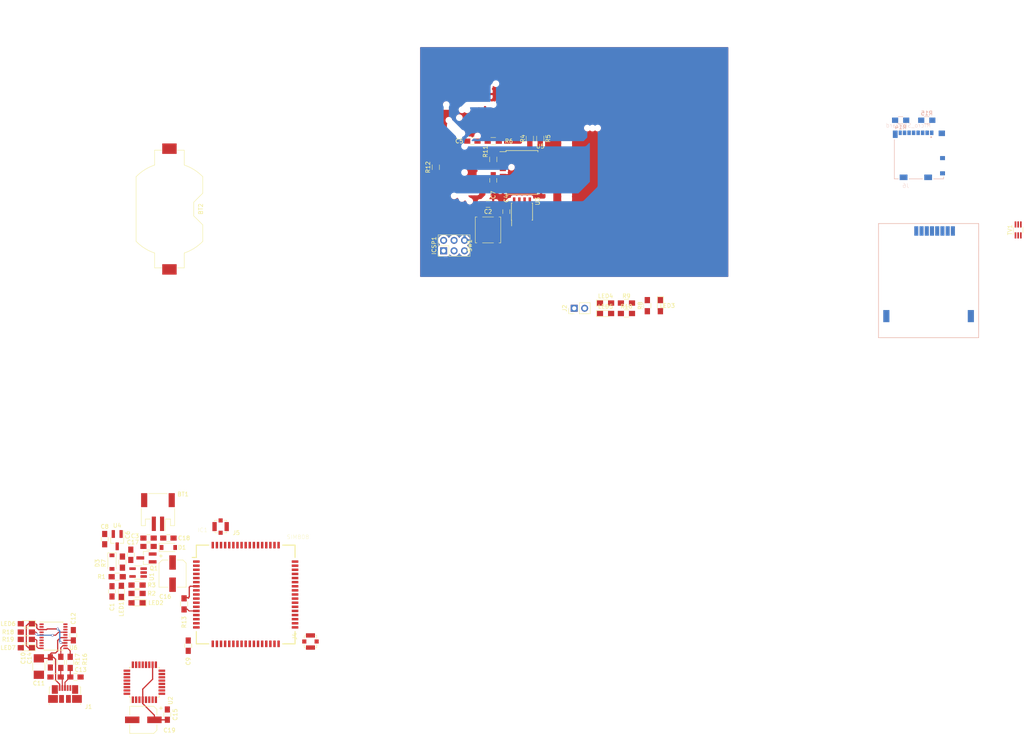
<source format=kicad_pcb>
(kicad_pcb (version 4) (host pcbnew 4.0.6)
  (layers (0 F.Cu signal) (31 B.Cu signal) (34 B.Paste user) (35 F.Paste user) (36 B.SilkS user) (37 F.SilkS user) (38 B.Mask user) (39 F.Mask user) (44 Edge.Cuts user))
  (net 0 "")
  (net 1 +BATT)
  (net 2 GND)
  (net 3 "Net-(BT2-Pad1)")
  (net 4 VBUS)
  (net 5 "Net-(C2-Pad1)")
  (net 6 +3V3)
  (net 7 /ARD_RST)
  (net 8 /DTR)
  (net 9 "Net-(C6-Pad1)")
  (net 10 /RTC_PWR)
  (net 11 "Net-(C9-Pad1)")
  (net 12 "Net-(C11-Pad1)")
  (net 13 "Net-(C12-Pad1)")
  (net 14 "Net-(C13-Pad1)")
  (net 15 +2V8)
  (net 16 /SIM808_P)
  (net 17 "Net-(IC1-Pad9)")
  (net 18 /SIM808_RI)
  (net 19 "Net-(IC1-Pad11)")
  (net 20 "Net-(IC1-Pad12)")
  (net 21 "Net-(IC1-Pad13)")
  (net 22 /ARD_HRX)
  (net 23 /ARD_HTX)
  (net 24 "Net-(IC1-Pad19)")
  (net 25 "Net-(IC1-Pad20)")
  (net 26 "Net-(IC1-Pad21)")
  (net 27 "Net-(IC1-Pad22)")
  (net 28 "Net-(IC1-Pad23)")
  (net 29 "Net-(IC1-Pad24)")
  (net 30 "Net-(IC1-Pad25)")
  (net 31 "Net-(IC1-Pad26)")
  (net 32 "Net-(IC1-Pad27)")
  (net 33 +1V8)
  (net 34 /SIMDATA)
  (net 35 /SIMCLK)
  (net 36 /SIMRST)
  (net 37 "Net-(IC1-Pad33)")
  (net 38 "Net-(IC1-Pad35)")
  (net 39 "Net-(IC1-Pad37)")
  (net 40 "Net-(IC1-Pad38)")
  (net 41 "Net-(IC1-Pad39)")
  (net 42 "Net-(IC1-Pad41)")
  (net 43 "Net-(IC1-Pad42)")
  (net 44 "Net-(IC1-Pad43)")
  (net 45 "Net-(IC1-Pad44)")
  (net 46 "Net-(IC1-Pad45)")
  (net 47 "Net-(IC1-Pad46)")
  (net 48 "Net-(IC1-Pad47)")
  (net 49 "Net-(IC1-Pad48)")
  (net 50 /SIM808_S)
  (net 51 /NETWORK_LED)
  (net 52 "Net-(IC1-Pad53)")
  (net 53 "Net-(IC1-Pad55)")
  (net 54 "Net-(IC1-Pad56)")
  (net 55 "Net-(IC1-Pad57)")
  (net 56 "Net-(IC1-Pad58)")
  (net 57 "Net-(IC1-Pad59)")
  (net 58 "Net-(IC1-Pad60)")
  (net 59 "Net-(IC1-Pad61)")
  (net 60 "Net-(IC1-Pad62)")
  (net 61 "Net-(IC1-Pad63)")
  (net 62 "Net-(IC1-Pad66)")
  (net 63 /ARD_MISO)
  (net 64 /ARD_SCK)
  (net 65 /ARD_MOSI)
  (net 66 "Net-(J1-Pad4)")
  (net 67 "Net-(J2-Pad2)")
  (net 68 "Net-(J3-Pad6)")
  (net 69 "Net-(J6-Pad8)")
  (net 70 /ARD_IO10)
  (net 71 "Net-(J6-Pad1)")
  (net 72 "Net-(R1-Pad1)")
  (net 73 "Net-(R2-Pad2)")
  (net 74 /SDA)
  (net 75 /SCL)
  (net 76 "Net-(R11-Pad1)")
  (net 77 /WAKE_UP)
  (net 78 "Net-(R16-Pad1)")
  (net 79 "Net-(R17-Pad2)")
  (net 80 "Net-(R18-Pad1)")
  (net 81 "Net-(R19-Pad1)")
  (net 82 "Net-(TV1-Pad6)")
  (net 83 "Net-(U2-Pad7)")
  (net 84 "Net-(U2-Pad8)")
  (net 85 "Net-(U2-Pad11)")
  (net 86 "Net-(U2-Pad19)")
  (net 87 "Net-(U2-Pad22)")
  (net 88 "Net-(U2-Pad24)")
  (net 89 "Net-(U2-Pad25)")
  (net 90 "Net-(U2-Pad26)")
  (net 91 /ARD_RX)
  (net 92 /ARD_TX)
  (net 93 "Net-(U3-Pad7)")
  (net 94 "Net-(U5-Pad1)")
  (net 95 "Net-(U5-Pad4)")
  (net 96 "Net-(U6-Pad2)")
  (net 97 +3V3_FDTI)
  (net 98 "Net-(U6-Pad5)")
  (net 99 "Net-(U6-Pad7)")
  (net 100 "Net-(U6-Pad8)")
  (net 101 "Net-(U6-Pad18)")
  (net 102 "Net-(U6-Pad19)")
  (net 103 "Net-(LED1-Pad1)")
  (net 104 "Net-(LED2-Pad2)")
  (net 105 "Net-(LED3-Pad2)")
  (net 106 "Net-(LED4-Pad2)")
  (net 107 "Net-(LED5-Pad2)")
  (net 108 "Net-(LED6-Pad2)")
  (net 109 "Net-(LED7-Pad2)")
  (net 110 "Net-(U2-Pad2)")
  (module Capacitors_SMD:C_0805_HandSoldering (layer F.Cu) (at 24.384 178.816 270)
    (fp_text reference C14 (at -1.016 5.08 450) (layer F.SilkS))
    (fp_text value 0.1uF hide)
    (pad 1 smd rect (at -1.25 0 270) (size 1.5 1.25) (layers F.Cu F.Paste F.Mask) (net 4 VBUS))
    (pad 2 smd rect (at 1.25 0 270) (size 1.5 1.25) (layers F.Cu F.Paste F.Mask) (net 2 GND))
  )
  (module Resistors_SMD:R_0805_HandSoldering (layer F.Cu) (at 45.466 160.02)
    (fp_text reference R3 (at 3.556 0 180) (layer F.SilkS))
    (fp_text value 470R hide)
    (pad 1 smd rect (at -1.35 0) (size 1.5 1.3) (layers F.Cu F.Paste F.Mask) (net 103 "Net-(LED1-Pad1)"))
    (pad 2 smd rect (at 1.35 0) (size 1.5 1.3) (layers F.Cu F.Paste F.Mask) (net 73 "Net-(R2-Pad2)"))
  )
  (module Capacitors_SMD:C_0805_HandSoldering (layer F.Cu) (at 127 52.07 180)
    (fp_text reference C5 (at 3.175 0 180) (layer F.SilkS))
    (fp_text value 0.1uF hide)
    (pad 1 smd rect (at -1.25 0 180) (size 1.5 1.25) (layers F.Cu F.Paste F.Mask) (net 7 /ARD_RST))
    (pad 2 smd rect (at 1.25 0 180) (size 1.5 1.25) (layers F.Cu F.Paste F.Mask) (net 8 /DTR))
  )
  (module Housings_QFP:TQFP-32_7x7mm_Pitch0.8mm (layer F.Cu) (at 47.244 183.642 90)
    (fp_text reference U2 (at -4.445 6.35 90) (layer F.SilkS))
    (fp_text value ATMEGA328P-AU hide)
    (pad 1 smd rect (at -4.25 -2.8 90) (size 1.6 0.55) (layers F.Cu F.Paste F.Mask) (net 77 /WAKE_UP))
    (pad 2 smd rect (at -4.25 -2 90) (size 1.6 0.55) (layers F.Cu F.Paste F.Mask) (net 110 "Net-(U2-Pad2)"))
    (pad 3 smd rect (at -4.25 -1.2 90) (size 1.6 0.55) (layers F.Cu F.Paste F.Mask) (net 2 GND))
    (pad 4 smd rect (at -4.25 -0.4 90) (size 1.6 0.55) (layers F.Cu F.Paste F.Mask) (net 6 +3V3))
    (pad 5 smd rect (at -4.25 0.4 90) (size 1.6 0.55) (layers F.Cu F.Paste F.Mask) (net 2 GND))
    (pad 6 smd rect (at -4.25 1.2 90) (size 1.6 0.55) (layers F.Cu F.Paste F.Mask) (net 6 +3V3))
    (pad 7 smd rect (at -4.25 2 90) (size 1.6 0.55) (layers F.Cu F.Paste F.Mask) (net 83 "Net-(U2-Pad7)"))
    (pad 8 smd rect (at -4.25 2.8 90) (size 1.6 0.55) (layers F.Cu F.Paste F.Mask) (net 84 "Net-(U2-Pad8)"))
    (pad 9 smd rect (at -2.8 4.25 180) (size 1.6 0.55) (layers F.Cu F.Paste F.Mask) (net 23 /ARD_HTX))
    (pad 10 smd rect (at -2 4.25 180) (size 1.6 0.55) (layers F.Cu F.Paste F.Mask) (net 22 /ARD_HRX))
    (pad 11 smd rect (at -1.2 4.25 180) (size 1.6 0.55) (layers F.Cu F.Paste F.Mask) (net 85 "Net-(U2-Pad11)"))
    (pad 12 smd rect (at -0.4 4.25 180) (size 1.6 0.55) (layers F.Cu F.Paste F.Mask) (net 50 /SIM808_S))
    (pad 13 smd rect (at 0.4 4.25 180) (size 1.6 0.55) (layers F.Cu F.Paste F.Mask) (net 16 /SIM808_P))
    (pad 14 smd rect (at 1.2 4.25 180) (size 1.6 0.55) (layers F.Cu F.Paste F.Mask) (net 70 /ARD_IO10))
    (pad 15 smd rect (at 2 4.25 180) (size 1.6 0.55) (layers F.Cu F.Paste F.Mask) (net 65 /ARD_MOSI))
    (pad 16 smd rect (at 2.8 4.25 180) (size 1.6 0.55) (layers F.Cu F.Paste F.Mask) (net 63 /ARD_MISO))
    (pad 17 smd rect (at 4.25 2.8 90) (size 1.6 0.55) (layers F.Cu F.Paste F.Mask) (net 64 /ARD_SCK))
    (pad 18 smd rect (at 4.25 2 90) (size 1.6 0.55) (layers F.Cu F.Paste F.Mask) (net 6 +3V3))
    (pad 19 smd rect (at 4.25 1.2 90) (size 1.6 0.55) (layers F.Cu F.Paste F.Mask) (net 86 "Net-(U2-Pad19)"))
    (pad 20 smd rect (at 4.25 0.4 90) (size 1.6 0.55) (layers F.Cu F.Paste F.Mask) (net 5 "Net-(C2-Pad1)"))
    (pad 21 smd rect (at 4.25 -0.4 90) (size 1.6 0.55) (layers F.Cu F.Paste F.Mask) (net 2 GND))
    (pad 22 smd rect (at 4.25 -1.2 90) (size 1.6 0.55) (layers F.Cu F.Paste F.Mask) (net 87 "Net-(U2-Pad22)"))
    (pad 23 smd rect (at 4.25 -2 90) (size 1.6 0.55) (layers F.Cu F.Paste F.Mask) (net 10 /RTC_PWR))
    (pad 24 smd rect (at 4.25 -2.8 90) (size 1.6 0.55) (layers F.Cu F.Paste F.Mask) (net 88 "Net-(U2-Pad24)"))
    (pad 25 smd rect (at 2.8 -4.25 180) (size 1.6 0.55) (layers F.Cu F.Paste F.Mask) (net 89 "Net-(U2-Pad25)"))
    (pad 26 smd rect (at 2 -4.25 180) (size 1.6 0.55) (layers F.Cu F.Paste F.Mask) (net 90 "Net-(U2-Pad26)"))
    (pad 27 smd rect (at 1.2 -4.25 180) (size 1.6 0.55) (layers F.Cu F.Paste F.Mask) (net 74 /SDA))
    (pad 28 smd rect (at 0.4 -4.25 180) (size 1.6 0.55) (layers F.Cu F.Paste F.Mask) (net 75 /SCL))
    (pad 29 smd rect (at -0.4 -4.25 180) (size 1.6 0.55) (layers F.Cu F.Paste F.Mask) (net 7 /ARD_RST))
    (pad 30 smd rect (at -1.2 -4.25 180) (size 1.6 0.55) (layers F.Cu F.Paste F.Mask) (net 91 /ARD_RX))
    (pad 31 smd rect (at -2 -4.25 180) (size 1.6 0.55) (layers F.Cu F.Paste F.Mask) (net 92 /ARD_TX))
    (pad 32 smd rect (at -2.8 -4.25 180) (size 1.6 0.55) (layers F.Cu F.Paste F.Mask) (net 18 /SIM808_RI))
  )
  (module Housings_SOIC:SOIC-16W_7.5x10.3mm_Pitch1.27mm (layer F.Cu) (at 139.065 59.69)
    (fp_text reference U5 (at 4.445 -6.35 180) (layer F.SilkS))
    (fp_text value DS3231SN hide)
    (pad 1 smd rect (at -4.65 -4.445) (size 1.5 0.6) (layers F.Cu F.Paste F.Mask) (net 94 "Net-(U5-Pad1)"))
    (pad 2 smd rect (at -4.65 -3.175) (size 1.5 0.6) (layers F.Cu F.Paste F.Mask) (net 76 "Net-(R11-Pad1)"))
    (pad 3 smd rect (at -4.65 -1.905) (size 1.5 0.6) (layers F.Cu F.Paste F.Mask) (net 77 /WAKE_UP))
    (pad 4 smd rect (at -4.65 -0.635) (size 1.5 0.6) (layers F.Cu F.Paste F.Mask) (net 95 "Net-(U5-Pad4)"))
    (pad 5 smd rect (at -4.65 0.635) (size 1.5 0.6) (layers F.Cu F.Paste F.Mask) (net 2 GND))
    (pad 6 smd rect (at -4.65 1.905) (size 1.5 0.6) (layers F.Cu F.Paste F.Mask) (net 2 GND))
    (pad 7 smd rect (at -4.65 3.175) (size 1.5 0.6) (layers F.Cu F.Paste F.Mask) (net 2 GND))
    (pad 8 smd rect (at -4.65 4.445) (size 1.5 0.6) (layers F.Cu F.Paste F.Mask) (net 2 GND))
    (pad 9 smd rect (at 4.65 4.445) (size 1.5 0.6) (layers F.Cu F.Paste F.Mask) (net 2 GND))
    (pad 10 smd rect (at 4.65 3.175) (size 1.5 0.6) (layers F.Cu F.Paste F.Mask) (net 2 GND))
    (pad 11 smd rect (at 4.65 1.905) (size 1.5 0.6) (layers F.Cu F.Paste F.Mask) (net 2 GND))
    (pad 12 smd rect (at 4.65 0.635) (size 1.5 0.6) (layers F.Cu F.Paste F.Mask) (net 2 GND))
    (pad 13 smd rect (at 4.65 -0.635) (size 1.5 0.6) (layers F.Cu F.Paste F.Mask) (net 2 GND))
    (pad 14 smd rect (at 4.65 -1.905) (size 1.5 0.6) (layers F.Cu F.Paste F.Mask) (net 3 "Net-(BT2-Pad1)"))
    (pad 15 smd rect (at 4.65 -3.175) (size 1.5 0.6) (layers F.Cu F.Paste F.Mask) (net 74 /SDA))
    (pad 16 smd rect (at 4.65 -4.445) (size 1.5 0.6) (layers F.Cu F.Paste F.Mask) (net 75 /SCL))
  )
  (module Resistors_SMD:R_0805_HandSoldering (layer F.Cu) (at 29.21 178.816 270)
    (fp_text reference R16 (at -0.762 -3.556 450) (layer F.SilkS))
    (fp_text value 27R hide)
    (pad 1 smd rect (at -1.35 0 270) (size 1.5 1.3) (layers F.Cu F.Paste F.Mask) (net 78 "Net-(R16-Pad1)"))
    (pad 2 smd rect (at 1.35 0 270) (size 1.5 1.3) (layers F.Cu F.Paste F.Mask) (net 14 "Net-(C13-Pad1)"))
  )
  (module Connectors_JST:JST_PH_S2B-PH-SM4-TB_02x2.00mm_Angled (layer F.Cu) (at 50.546 142.24 180)
    (fp_text reference BT1 (at -6.096 4.318 180) (layer F.SilkS))
    (fp_text value "External battery")
    (pad 1 smd rect (at -1 -2.875 180) (size 1 3.5) (layers F.Cu F.Paste F.Mask) (net 1 +BATT))
    (pad 2 smd rect (at 1 -2.875 180) (size 1 3.5) (layers F.Cu F.Paste F.Mask) (net 2 GND))
    (pad "" smd rect (at -3.35 2.875 180) (size 1.5 3.4) (layers F.Cu F.Paste F.Mask))
    (pad "" smd rect (at 3.35 2.875 180) (size 1.5 3.4) (layers F.Cu F.Paste F.Mask))
  )
  (module Battery_Holders:Keystone_1058_1x2032-CoinCell (layer F.Cu) (at 53.34 68.58 90)
    (fp_text reference BT2 (at 0 7.62 90) (layer F.SilkS))
    (fp_text value "Backup battery")
    (pad 1 smd rect (at -14.68 0 90) (size 2.54 3.51) (layers F.Cu F.Paste F.Mask) (net 3 "Net-(BT2-Pad1)"))
    (pad 2 smd rect (at 14.68 0 90) (size 2.54 3.51) (layers F.Cu F.Paste F.Mask) (net 2 GND))
  )
  (module Capacitors_SMD:C_0805_HandSoldering (layer F.Cu) (at 39.37 161.544 90)
    (fp_text reference C1 (at -3.81 0 90) (layer F.SilkS))
    (fp_text value 4.7uF hide)
    (pad 1 smd rect (at -1.25 0 90) (size 1.5 1.25) (layers F.Cu F.Paste F.Mask) (net 2 GND))
    (pad 2 smd rect (at 1.25 0 90) (size 1.5 1.25) (layers F.Cu F.Paste F.Mask) (net 4 VBUS))
  )
  (module Capacitors_SMD:C_0805_HandSoldering (layer F.Cu) (at 130.81 67.31)
    (fp_text reference C2 (at 0 1.905) (layer F.SilkS))
    (fp_text value 0.1uF hide)
    (pad 1 smd rect (at -1.25 0) (size 1.5 1.25) (layers F.Cu F.Paste F.Mask) (net 5 "Net-(C2-Pad1)"))
    (pad 2 smd rect (at 1.25 0) (size 1.5 1.25) (layers F.Cu F.Paste F.Mask) (net 2 GND))
  )
  (module Capacitors_SMD:C_0805_HandSoldering (layer F.Cu) (at 48.26 148.59 180)
    (fp_text reference C3 (at 3.302 0.508 180) (layer F.SilkS))
    (fp_text value 4.7uF hide)
    (pad 1 smd rect (at -1.25 0 180) (size 1.5 1.25) (layers F.Cu F.Paste F.Mask) (net 1 +BATT))
    (pad 2 smd rect (at 1.25 0 180) (size 1.5 1.25) (layers F.Cu F.Paste F.Mask) (net 2 GND))
  )
  (module Capacitors_SMD:C_0805_HandSoldering (layer F.Cu) (at 135.255 69.215 270)
    (fp_text reference C4 (at -3.175 0 270) (layer F.SilkS))
    (fp_text value 0.1uF hide)
    (pad 1 smd rect (at -1.25 0 270) (size 1.5 1.25) (layers F.Cu F.Paste F.Mask) (net 6 +3V3))
    (pad 2 smd rect (at 1.25 0 270) (size 1.5 1.25) (layers F.Cu F.Paste F.Mask) (net 2 GND))
  )
  (module Capacitors_SMD:C_0805_HandSoldering (layer F.Cu) (at 43.942 152.654 90)
    (fp_text reference C6 (at 4.826 -0.762 270) (layer F.SilkS))
    (fp_text value 1uF hide)
    (pad 1 smd rect (at -1.25 0 90) (size 1.5 1.25) (layers F.Cu F.Paste F.Mask) (net 9 "Net-(C6-Pad1)"))
    (pad 2 smd rect (at 1.25 0 90) (size 1.5 1.25) (layers F.Cu F.Paste F.Mask) (net 2 GND))
  )
  (module Capacitors_SMD:C_0805_HandSoldering (layer F.Cu) (at 132.08 61.595 270)
    (fp_text reference C7 (at 3.556 0 270) (layer F.SilkS))
    (fp_text value 0.1uF hide)
    (pad 1 smd rect (at -1.25 0 270) (size 1.5 1.25) (layers F.Cu F.Paste F.Mask) (net 10 /RTC_PWR))
    (pad 2 smd rect (at 1.25 0 270) (size 1.5 1.25) (layers F.Cu F.Paste F.Mask) (net 2 GND))
  )
  (module Capacitors_SMD:C_0805_HandSoldering (layer F.Cu) (at 37.592 148.844 270)
    (fp_text reference C8 (at -3.048 0 360) (layer F.SilkS))
    (fp_text value 1uF hide)
    (pad 1 smd rect (at -1.25 0 270) (size 1.5 1.25) (layers F.Cu F.Paste F.Mask) (net 6 +3V3))
    (pad 2 smd rect (at 1.25 0 270) (size 1.5 1.25) (layers F.Cu F.Paste F.Mask) (net 2 GND))
  )
  (module Capacitors_SMD:C_0805_HandSoldering (layer F.Cu) (at 57.912 174.752 270)
    (fp_text reference C9 (at 3.81 0 270) (layer F.SilkS))
    (fp_text value 10uF hide)
    (pad 1 smd rect (at -1.25 0 270) (size 1.5 1.25) (layers F.Cu F.Paste F.Mask) (net 11 "Net-(C9-Pad1)"))
    (pad 2 smd rect (at 1.25 0 270) (size 1.5 1.25) (layers F.Cu F.Paste F.Mask) (net 2 GND))
  )
  (module Capacitors_SMD:C_1210_HandSoldering (layer F.Cu) (at 21.59 179.832 270)
    (fp_text reference C10 (at -2.032 3.81 270) (layer F.SilkS))
    (fp_text value 4.7uF hide)
    (pad 1 smd rect (at -2 0 270) (size 2 2.5) (layers F.Cu F.Paste F.Mask) (net 4 VBUS))
    (pad 2 smd rect (at 2 0 270) (size 2 2.5) (layers F.Cu F.Paste F.Mask) (net 2 GND))
  )
  (module Capacitors_SMD:C_0805_HandSoldering (layer F.Cu) (at 25.654 182.372 180)
    (fp_text reference C11 (at 4.064 -1.524 180) (layer F.SilkS))
    (fp_text value 47pF hide)
    (pad 1 smd rect (at -1.25 0 180) (size 1.5 1.25) (layers F.Cu F.Paste F.Mask) (net 12 "Net-(C11-Pad1)"))
    (pad 2 smd rect (at 1.25 0 180) (size 1.5 1.25) (layers F.Cu F.Paste F.Mask) (net 2 GND))
  )
  (module Capacitors_SMD:C_0805_HandSoldering (layer F.Cu) (at 29.972 172.212 90)
    (fp_text reference C12 (at 4.064 0 90) (layer F.SilkS))
    (fp_text value 0.1uF hide)
    (pad 1 smd rect (at -1.25 0 90) (size 1.5 1.25) (layers F.Cu F.Paste F.Mask) (net 13 "Net-(C12-Pad1)"))
    (pad 2 smd rect (at 1.25 0 90) (size 1.5 1.25) (layers F.Cu F.Paste F.Mask) (net 2 GND))
  )
  (module Capacitors_SMD:C_0805_HandSoldering (layer F.Cu) (at 30.48 182.372)
    (fp_text reference C13 (at 1.27 -1.778) (layer F.SilkS))
    (fp_text value 47pF hide)
    (pad 1 smd rect (at -1.25 0) (size 1.5 1.25) (layers F.Cu F.Paste F.Mask) (net 14 "Net-(C13-Pad1)"))
    (pad 2 smd rect (at 1.25 0) (size 1.5 1.25) (layers F.Cu F.Paste F.Mask) (net 2 GND))
  )
  (module Diodes_SMD:D_SOD-123 (layer F.Cu) (at 39.37 154.432 270)
    (fp_text reference D3 (at 0.254 3.556 450) (layer F.SilkS))
    (fp_text value B130LAW hide)
    (pad 1 smd rect (at -1.65 0 270) (size 0.9 1.2) (layers F.Cu F.Paste F.Mask) (net 9 "Net-(C6-Pad1)"))
    (pad 2 smd rect (at 1.65 0 270) (size 0.9 1.2) (layers F.Cu F.Paste F.Mask) (net 4 VBUS))
  )
  (module SIM808:QFN100P2400X2400X260-68N (layer F.Cu) (at 71.882 162.306)
    (fp_text reference IC1 (at -10.4784 -15.6625) (layer F.SilkS) (effects (font (size 1.00176 1.00176) (thickness 0.05))))
    (fp_text value SIM808 (at 12.7 -13.97) (layer F.SilkS) (effects (font (size 1.00291 1.00291) (thickness 0.05))))
    (pad 1 smd rect (at -12 -8) (size 1.6 0.6) (layers F.Cu F.Paste F.Mask) (net 2 GND))
    (pad 2 smd rect (at -12 -7) (size 1.6 0.6) (layers F.Cu F.Paste F.Mask) (net 2 GND))
    (pad 3 smd rect (at -12 -6) (size 1.6 0.6) (layers F.Cu F.Paste F.Mask) (net 2 GND))
    (pad 4 smd rect (at -12 -5) (size 1.6 0.6) (layers F.Cu F.Paste F.Mask) (net 1 +BATT))
    (pad 5 smd rect (at -12 -4) (size 1.6 0.6) (layers F.Cu F.Paste F.Mask) (net 1 +BATT))
    (pad 6 smd rect (at -12 -3) (size 1.6 0.6) (layers F.Cu F.Paste F.Mask) (net 1 +BATT))
    (pad 7 smd rect (at -12 -2) (size 1.6 0.6) (layers F.Cu F.Paste F.Mask) (net 15 +2V8))
    (pad 8 smd rect (at -12 -1) (size 1.6 0.6) (layers F.Cu F.Paste F.Mask) (net 16 /SIM808_P))
    (pad 9 smd rect (at -12 0) (size 1.6 0.6) (layers F.Cu F.Paste F.Mask) (net 17 "Net-(IC1-Pad9)"))
    (pad 10 smd rect (at -12 1) (size 1.6 0.6) (layers F.Cu F.Paste F.Mask) (net 18 /SIM808_RI))
    (pad 11 smd rect (at -12 2) (size 1.6 0.6) (layers F.Cu F.Paste F.Mask) (net 19 "Net-(IC1-Pad11)"))
    (pad 12 smd rect (at -12 3) (size 1.6 0.6) (layers F.Cu F.Paste F.Mask) (net 20 "Net-(IC1-Pad12)"))
    (pad 13 smd rect (at -12 4) (size 1.6 0.6) (layers F.Cu F.Paste F.Mask) (net 21 "Net-(IC1-Pad13)"))
    (pad 14 smd rect (at -12 5) (size 1.6 0.6) (layers F.Cu F.Paste F.Mask) (net 22 /ARD_HRX))
    (pad 15 smd rect (at -12 6) (size 1.6 0.6) (layers F.Cu F.Paste F.Mask) (net 23 /ARD_HTX))
    (pad 16 smd rect (at -12 7) (size 1.6 0.6) (layers F.Cu F.Paste F.Mask) (net 7 /ARD_RST))
    (pad 17 smd rect (at -12 8) (size 1.6 0.6) (layers F.Cu F.Paste F.Mask) (net 11 "Net-(C9-Pad1)"))
    (pad 18 smd rect (at -8 12 90) (size 1.6 0.6) (layers F.Cu F.Paste F.Mask) (net 2 GND))
    (pad 19 smd rect (at -7 12 90) (size 1.6 0.6) (layers F.Cu F.Paste F.Mask) (net 24 "Net-(IC1-Pad19)"))
    (pad 20 smd rect (at -6 12 90) (size 1.6 0.6) (layers F.Cu F.Paste F.Mask) (net 25 "Net-(IC1-Pad20)"))
    (pad 21 smd rect (at -5 12 90) (size 1.6 0.6) (layers F.Cu F.Paste F.Mask) (net 26 "Net-(IC1-Pad21)"))
    (pad 22 smd rect (at -4 12 90) (size 1.6 0.6) (layers F.Cu F.Paste F.Mask) (net 27 "Net-(IC1-Pad22)"))
    (pad 23 smd rect (at -3 12 90) (size 1.6 0.6) (layers F.Cu F.Paste F.Mask) (net 28 "Net-(IC1-Pad23)"))
    (pad 24 smd rect (at -2 12 90) (size 1.6 0.6) (layers F.Cu F.Paste F.Mask) (net 29 "Net-(IC1-Pad24)"))
    (pad 25 smd rect (at -1 12 90) (size 1.6 0.6) (layers F.Cu F.Paste F.Mask) (net 30 "Net-(IC1-Pad25)"))
    (pad 26 smd rect (at 0 12 90) (size 1.6 0.6) (layers F.Cu F.Paste F.Mask) (net 31 "Net-(IC1-Pad26)"))
    (pad 27 smd rect (at 1 12 90) (size 1.6 0.6) (layers F.Cu F.Paste F.Mask) (net 32 "Net-(IC1-Pad27)"))
    (pad 28 smd rect (at 2 12 90) (size 1.6 0.6) (layers F.Cu F.Paste F.Mask) (net 2 GND))
    (pad 29 smd rect (at 3 12 90) (size 1.6 0.6) (layers F.Cu F.Paste F.Mask) (net 33 +1V8))
    (pad 30 smd rect (at 4 12 90) (size 1.6 0.6) (layers F.Cu F.Paste F.Mask) (net 34 /SIMDATA))
    (pad 31 smd rect (at 5 12 90) (size 1.6 0.6) (layers F.Cu F.Paste F.Mask) (net 35 /SIMCLK))
    (pad 32 smd rect (at 6 12 90) (size 1.6 0.6) (layers F.Cu F.Paste F.Mask) (net 36 /SIMRST))
    (pad 33 smd rect (at 7 12 90) (size 1.6 0.6) (layers F.Cu F.Paste F.Mask) (net 37 "Net-(IC1-Pad33)"))
    (pad 34 smd rect (at 8 12 90) (size 1.6 0.6) (layers F.Cu F.Paste F.Mask) (net 2 GND))
    (pad 35 smd rect (at 12 8 180) (size 1.6 0.6) (layers F.Cu F.Paste F.Mask) (net 38 "Net-(IC1-Pad35)"))
    (pad 36 smd rect (at 12 7 180) (size 1.6 0.6) (layers F.Cu F.Paste F.Mask) (net 2 GND))
    (pad 37 smd rect (at 12 6 180) (size 1.6 0.6) (layers F.Cu F.Paste F.Mask) (net 39 "Net-(IC1-Pad37)"))
    (pad 38 smd rect (at 12 5 180) (size 1.6 0.6) (layers F.Cu F.Paste F.Mask) (net 40 "Net-(IC1-Pad38)"))
    (pad 39 smd rect (at 12 4 180) (size 1.6 0.6) (layers F.Cu F.Paste F.Mask) (net 41 "Net-(IC1-Pad39)"))
    (pad 40 smd rect (at 12 3 180) (size 1.6 0.6) (layers F.Cu F.Paste F.Mask) (net 2 GND))
    (pad 41 smd rect (at 12 2 180) (size 1.6 0.6) (layers F.Cu F.Paste F.Mask) (net 42 "Net-(IC1-Pad41)"))
    (pad 42 smd rect (at 12 1 180) (size 1.6 0.6) (layers F.Cu F.Paste F.Mask) (net 43 "Net-(IC1-Pad42)"))
    (pad 43 smd rect (at 12 0 180) (size 1.6 0.6) (layers F.Cu F.Paste F.Mask) (net 44 "Net-(IC1-Pad43)"))
    (pad 44 smd rect (at 12 -1 180) (size 1.6 0.6) (layers F.Cu F.Paste F.Mask) (net 45 "Net-(IC1-Pad44)"))
    (pad 45 smd rect (at 12 -2 180) (size 1.6 0.6) (layers F.Cu F.Paste F.Mask) (net 46 "Net-(IC1-Pad45)"))
    (pad 46 smd rect (at 12 -3 180) (size 1.6 0.6) (layers F.Cu F.Paste F.Mask) (net 47 "Net-(IC1-Pad46)"))
    (pad 47 smd rect (at 12 -4 180) (size 1.6 0.6) (layers F.Cu F.Paste F.Mask) (net 48 "Net-(IC1-Pad47)"))
    (pad 48 smd rect (at 12 -5 180) (size 1.6 0.6) (layers F.Cu F.Paste F.Mask) (net 49 "Net-(IC1-Pad48)"))
    (pad 49 smd rect (at 12 -6 180) (size 1.6 0.6) (layers F.Cu F.Paste F.Mask) (net 50 /SIM808_S))
    (pad 50 smd rect (at 12 -7 180) (size 1.6 0.6) (layers F.Cu F.Paste F.Mask) (net 51 /NETWORK_LED))
    (pad 51 smd rect (at 12 -8 180) (size 1.6 0.6) (layers F.Cu F.Paste F.Mask) (net 2 GND))
    (pad 52 smd rect (at 8 -12 270) (size 1.6 0.6) (layers F.Cu F.Paste F.Mask) (net 2 GND))
    (pad 53 smd rect (at 7 -12 270) (size 1.6 0.6) (layers F.Cu F.Paste F.Mask) (net 52 "Net-(IC1-Pad53)"))
    (pad 54 smd rect (at 6 -12 270) (size 1.6 0.6) (layers F.Cu F.Paste F.Mask) (net 2 GND))
    (pad 55 smd rect (at 5 -12 270) (size 1.6 0.6) (layers F.Cu F.Paste F.Mask) (net 53 "Net-(IC1-Pad55)"))
    (pad 56 smd rect (at 4 -12 270) (size 1.6 0.6) (layers F.Cu F.Paste F.Mask) (net 54 "Net-(IC1-Pad56)"))
    (pad 57 smd rect (at 3 -12 270) (size 1.6 0.6) (layers F.Cu F.Paste F.Mask) (net 55 "Net-(IC1-Pad57)"))
    (pad 58 smd rect (at 2 -12 270) (size 1.6 0.6) (layers F.Cu F.Paste F.Mask) (net 56 "Net-(IC1-Pad58)"))
    (pad 59 smd rect (at 1 -12 270) (size 1.6 0.6) (layers F.Cu F.Paste F.Mask) (net 57 "Net-(IC1-Pad59)"))
    (pad 60 smd rect (at 0 -12 270) (size 1.6 0.6) (layers F.Cu F.Paste F.Mask) (net 58 "Net-(IC1-Pad60)"))
    (pad 61 smd rect (at -1 -12 270) (size 1.6 0.6) (layers F.Cu F.Paste F.Mask) (net 59 "Net-(IC1-Pad61)"))
    (pad 62 smd rect (at -2 -12 270) (size 1.6 0.6) (layers F.Cu F.Paste F.Mask) (net 60 "Net-(IC1-Pad62)"))
    (pad 63 smd rect (at -3 -12 270) (size 1.6 0.6) (layers F.Cu F.Paste F.Mask) (net 61 "Net-(IC1-Pad63)"))
    (pad 64 smd rect (at -4 -12 270) (size 1.6 0.6) (layers F.Cu F.Paste F.Mask) (net 2 GND))
    (pad 65 smd rect (at -5 -12 270) (size 1.6 0.6) (layers F.Cu F.Paste F.Mask) (net 2 GND))
    (pad 66 smd rect (at -6 -12 270) (size 1.6 0.6) (layers F.Cu F.Paste F.Mask) (net 62 "Net-(IC1-Pad66)"))
    (pad 67 smd rect (at -7 -12 270) (size 1.6 0.6) (layers F.Cu F.Paste F.Mask) (net 2 GND))
    (pad 68 smd rect (at -8 -12 270) (size 1.6 0.6) (layers F.Cu F.Paste F.Mask) (net 2 GND))
  )
  (module Pin_Headers:Pin_Header_Straight_2x03_Pitch2.54mm (layer F.Cu) (at 120.015 78.74 90)
    (fp_text reference ICSP1 (at 1.27 -2.33 90) (layer F.SilkS))
    (fp_text value CONN_02X03 hide)
    (pad 1 thru_hole rect (at 0 0 90) (size 1.7 1.7) (drill 1) (layers *.Cu *.Mask) (net 63 /ARD_MISO))
    (pad 2 thru_hole oval (at 2.54 0 90) (size 1.7 1.7) (drill 1) (layers *.Cu *.Mask) (net 6 +3V3))
    (pad 3 thru_hole oval (at 0 2.54 90) (size 1.7 1.7) (drill 1) (layers *.Cu *.Mask) (net 64 /ARD_SCK))
    (pad 4 thru_hole oval (at 2.54 2.54 90) (size 1.7 1.7) (drill 1) (layers *.Cu *.Mask) (net 65 /ARD_MOSI))
    (pad 5 thru_hole oval (at 0 5.08 90) (size 1.7 1.7) (drill 1) (layers *.Cu *.Mask) (net 7 /ARD_RST))
    (pad 6 thru_hole oval (at 2.54 5.08 90) (size 1.7 1.7) (drill 1) (layers *.Cu *.Mask) (net 2 GND))
  )
  (module Connectors_USB:USB_Micro-B_Molex_47346-0001 (layer F.Cu) (at 27.94 187.706)
    (fp_text reference J1 (at 5.715 1.905 180) (layer F.SilkS))
    (fp_text value "Molex 47346-0001" hide)
    (pad 1 smd rect (at -1.3 -2.66) (size 0.45 1.38) (layers F.Cu F.Paste F.Mask) (net 4 VBUS))
    (pad 2 smd rect (at -0.65 -2.66) (size 0.45 1.38) (layers F.Cu F.Paste F.Mask) (net 12 "Net-(C11-Pad1)"))
    (pad 3 smd rect (at 0 -2.66) (size 0.45 1.38) (layers F.Cu F.Paste F.Mask) (net 14 "Net-(C13-Pad1)"))
    (pad 4 smd rect (at 0.65 -2.66) (size 0.45 1.38) (layers F.Cu F.Paste F.Mask) (net 66 "Net-(J1-Pad4)"))
    (pad 5 smd rect (at 1.3 -2.66) (size 0.45 1.38) (layers F.Cu F.Paste F.Mask) (net 2 GND))
    (pad 6 smd rect (at -2.4625 -2.3) (size 1.475 2.1) (layers F.Cu F.Paste F.Mask) (net 2 GND))
    (pad 6 smd rect (at 2.4625 -2.3) (size 1.475 2.1) (layers F.Cu F.Paste F.Mask) (net 2 GND))
    (pad 6 smd rect (at -2.91 0) (size 2.375 1.9) (layers F.Cu F.Paste F.Mask) (net 2 GND))
    (pad 6 smd rect (at 2.91 0) (size 2.375 1.9) (layers F.Cu F.Paste F.Mask) (net 2 GND))
    (pad 6 smd rect (at -0.84 0) (size 1.175 1.9) (layers F.Cu F.Paste F.Mask) (net 2 GND))
    (pad 6 smd rect (at 0.84 0) (size 1.175 1.9) (layers F.Cu F.Paste F.Mask) (net 2 GND))
  )
  (module acronet:47553-0001 (layer B.Cu) (at 243.84 94.615 270)
    (fp_text reference J3 hide)
    (fp_text value 47553-0001 hide)
    (pad 3 smd rect (at -20.7 3.81 270) (size 2.3 1) (layers B.Cu B.Paste B.Mask) (net 35 /SIMCLK))
    (pad CD1 smd rect (at -20.7 1.27 270) (size 2.3 1) (layers B.Cu B.Paste B.Mask))
    (pad CD2 smd rect (at -20.7 0 270) (size 2.3 1) (layers B.Cu B.Paste B.Mask))
    (pad 2 smd rect (at -20.7 6.35 270) (size 2.3 1) (layers B.Cu B.Paste B.Mask) (net 36 /SIMRST))
    (pad 1 smd rect (at -20.7 8.89 270) (size 2.3 1) (layers B.Cu B.Paste B.Mask) (net 33 +1V8))
    (pad 7 smd rect (at -20.7 2.54 270) (size 2.3 1) (layers B.Cu B.Paste B.Mask) (net 34 /SIMDATA))
    (pad 5 smd rect (at -20.7 7.62 270) (size 2.3 1) (layers B.Cu B.Paste B.Mask) (net 2 GND))
    (pad 6 smd rect (at -20.7 5.08 270) (size 2.3 1) (layers B.Cu B.Paste B.Mask) (net 68 "Net-(J3-Pad6)"))
    (pad GND1 smd rect (at 0 16.18 270) (size 2.95 1.5) (layers B.Cu B.Paste B.Mask))
    (pad GND2 smd rect (at 0 -4.37 270) (size 2.95 1.5) (layers B.Cu B.Paste B.Mask))
  )
  (module Connectors_Molex:Molex_Microcoaxial_RF (layer F.Cu) (at 87.63 173.736 270)
    (fp_text reference J4 (at -1.27 3.81 270) (layer F.SilkS))
    (fp_text value CONN_COAXIAL hide)
    (pad 2 smd rect (at -1.475 0 270) (size 1.05 2.2) (layers F.Cu F.Paste F.Mask) (net 2 GND))
    (pad 2 smd rect (at 1.475 0 270) (size 1.05 2.2) (layers F.Cu F.Paste F.Mask) (net 2 GND))
    (pad 2 smd rect (at 0 -1.5 270) (size 1 1) (layers F.Cu F.Paste F.Mask) (net 2 GND))
    (pad 1 smd rect (at 0 1.5 270) (size 1 1) (layers F.Cu F.Paste F.Mask) (net 38 "Net-(IC1-Pad35)"))
  )
  (module Connectors_Molex:Molex_Microcoaxial_RF (layer F.Cu) (at 65.786 145.796)
    (fp_text reference J5 (at 3.81 1.524) (layer F.SilkS))
    (fp_text value CONN_COAXIAL hide)
    (pad 2 smd rect (at -1.475 0) (size 1.05 2.2) (layers F.Cu F.Paste F.Mask) (net 2 GND))
    (pad 2 smd rect (at 1.475 0) (size 1.05 2.2) (layers F.Cu F.Paste F.Mask) (net 2 GND))
    (pad 2 smd rect (at 0 -1.5) (size 1 1) (layers F.Cu F.Paste F.Mask) (net 2 GND))
    (pad 1 smd rect (at 0 1.5) (size 1 1) (layers F.Cu F.Paste F.Mask) (net 62 "Net-(IC1-Pad66)"))
  )
  (module 104031-0811:MOLEX_104031-0811 (layer B.Cu) (at 235.585 55.245)
    (fp_text reference J6 (at -3.18735 7.64968) (layer B.SilkS) (effects (font (size 1.0039 1.0039) (thickness 0.05)) (justify mirror)))
    (fp_text value Micro_SD_Card (at -2.54813 -7.00732) (layer B.SilkS) (effects (font (size 1.00319 1.00319) (thickness 0.05)) (justify mirror)))
    (pad 8 smd rect (at -4.545 -5.2) (size 0.75 1.1) (layers B.Cu B.Paste B.Mask) (net 69 "Net-(J6-Pad8)"))
    (pad 7 smd rect (at -3.495 -5.2) (size 0.85 1.1) (layers B.Cu B.Paste B.Mask) (net 63 /ARD_MISO))
    (pad 6 smd rect (at -2.395 -5.2) (size 0.85 1.1) (layers B.Cu B.Paste B.Mask) (net 2 GND))
    (pad 5 smd rect (at -1.295 -5.2) (size 0.85 1.1) (layers B.Cu B.Paste B.Mask) (net 64 /ARD_SCK))
    (pad 4 smd rect (at -0.195 -5.2) (size 0.85 1.1) (layers B.Cu B.Paste B.Mask) (net 6 +3V3))
    (pad 3 smd rect (at 0.905 -5.2) (size 0.85 1.1) (layers B.Cu B.Paste B.Mask) (net 65 /ARD_MOSI))
    (pad 2 smd rect (at 2.005 -5.2) (size 0.875 1.1) (layers B.Cu B.Paste B.Mask) (net 70 /ARD_IO10))
    (pad 1 smd rect (at 3.105 -5.2) (size 0.85 1.1) (layers B.Cu B.Paste B.Mask) (net 71 "Net-(J6-Pad1)"))
    (pad 9 smd rect (at 5.74 0.95) (size 1.2 1) (layers B.Cu B.Paste B.Mask) (net 2 GND))
    (pad 10 smd rect (at 5.74 4.65) (size 1.2 1) (layers B.Cu B.Paste B.Mask))
    (pad G3 smd rect (at -3.73 5.625) (size 1.9 1.35) (layers B.Cu B.Paste B.Mask))
    (pad G4 smd rect (at 2.24 5.625) (size 1.9 1.35) (layers B.Cu B.Paste B.Mask))
    (pad G2 smd rect (at -5.755 -4.85) (size 1.17 1.8) (layers B.Cu B.Paste B.Mask))
    (pad G1 smd rect (at 5.565 -5.075) (size 1.55 1.35) (layers B.Cu B.Paste B.Mask))
  )
  (module LEDs:LED_0805_HandSoldering (layer F.Cu) (at 41.656 161.544 90)
    (fp_text reference LED1 (at -4.318 0 90) (layer F.SilkS))
    (fp_text value Chg hide)
    (pad 1 smd rect (at -1.35 0 90) (size 1.5 1.3) (layers F.Cu F.Paste F.Mask) (net 103 "Net-(LED1-Pad1)"))
    (pad 2 smd rect (at 1.35 0 90) (size 1.5 1.3) (layers F.Cu F.Paste F.Mask) (net 4 VBUS))
  )
  (module LEDs:LED_0805_HandSoldering (layer F.Cu) (at 45.466 164.338 180)
    (fp_text reference LED2 (at -4.572 0 180) (layer F.SilkS))
    (fp_text value Done hide)
    (pad 1 smd rect (at -1.35 0 180) (size 1.5 1.3) (layers F.Cu F.Paste F.Mask) (net 2 GND))
    (pad 2 smd rect (at 1.35 0 180) (size 1.5 1.3) (layers F.Cu F.Paste F.Mask) (net 104 "Net-(LED2-Pad2)"))
  )
  (module LEDs:LED_0805_HandSoldering (layer F.Cu) (at 172.72 92.075 270)
    (fp_text reference LED3 (at 0 -1.7 360) (layer F.SilkS))
    (fp_text value Power)
    (pad 1 smd rect (at -1.35 0 270) (size 1.5 1.3) (layers F.Cu F.Paste F.Mask) (net 67 "Net-(J2-Pad2)"))
    (pad 2 smd rect (at 1.35 0 270) (size 1.5 1.3) (layers F.Cu F.Paste F.Mask) (net 105 "Net-(LED3-Pad2)"))
  )
  (module LEDs:LED_0805_HandSoldering (layer F.Cu) (at 159.385 91.44)
    (fp_text reference LED4 (at 0 -1.7) (layer F.SilkS))
    (fp_text value SIM_Power)
    (pad 1 smd rect (at -1.35 0) (size 1.5 1.3) (layers F.Cu F.Paste F.Mask) (net 67 "Net-(J2-Pad2)"))
    (pad 2 smd rect (at 1.35 0) (size 1.5 1.3) (layers F.Cu F.Paste F.Mask) (net 106 "Net-(LED4-Pad2)"))
  )
  (module LEDs:LED_0805_HandSoldering (layer F.Cu) (at 159.385 93.98)
    (fp_text reference LED5 (at 0 -1.7) (layer F.SilkS))
    (fp_text value Network)
    (pad 1 smd rect (at -1.35 0) (size 1.5 1.3) (layers F.Cu F.Paste F.Mask) (net 67 "Net-(J2-Pad2)"))
    (pad 2 smd rect (at 1.35 0) (size 1.5 1.3) (layers F.Cu F.Paste F.Mask) (net 107 "Net-(LED5-Pad2)"))
  )
  (module LEDs:LED_0805_HandSoldering (layer F.Cu) (at 18.542 169.418 180)
    (fp_text reference LED6 (at 4.445 0 180) (layer F.SilkS))
    (fp_text value Rx hide)
    (pad 1 smd rect (at -1.35 0 180) (size 1.5 1.3) (layers F.Cu F.Paste F.Mask) (net 97 +3V3_FDTI))
    (pad 2 smd rect (at 1.35 0 180) (size 1.5 1.3) (layers F.Cu F.Paste F.Mask) (net 108 "Net-(LED6-Pad2)"))
  )
  (module LEDs:LED_0805_HandSoldering (layer F.Cu) (at 18.542 175.26 180)
    (fp_text reference LED7 (at 4.445 0 180) (layer F.SilkS))
    (fp_text value Tx hide)
    (pad 1 smd rect (at -1.35 0 180) (size 1.5 1.3) (layers F.Cu F.Paste F.Mask) (net 97 +3V3_FDTI))
    (pad 2 smd rect (at 1.35 0 180) (size 1.5 1.3) (layers F.Cu F.Paste F.Mask) (net 109 "Net-(LED7-Pad2)"))
  )
  (module Resistors_SMD:R_0805_HandSoldering (layer F.Cu) (at 40.64 157.988 180)
    (fp_text reference R1 (at 3.81 0 180) (layer F.SilkS))
    (fp_text value 2k hide)
    (pad 1 smd rect (at -1.35 0 180) (size 1.5 1.3) (layers F.Cu F.Paste F.Mask) (net 72 "Net-(R1-Pad1)"))
    (pad 2 smd rect (at 1.35 0 180) (size 1.5 1.3) (layers F.Cu F.Paste F.Mask) (net 2 GND))
  )
  (module Resistors_SMD:R_0805_HandSoldering (layer F.Cu) (at 45.466 162.052)
    (fp_text reference R2 (at 3.556 0) (layer F.SilkS))
    (fp_text value 1k hide)
    (pad 1 smd rect (at -1.35 0) (size 1.5 1.3) (layers F.Cu F.Paste F.Mask) (net 104 "Net-(LED2-Pad2)"))
    (pad 2 smd rect (at 1.35 0) (size 1.5 1.3) (layers F.Cu F.Paste F.Mask) (net 73 "Net-(R2-Pad2)"))
  )
  (module Resistors_SMD:R_0805_HandSoldering (layer F.Cu) (at 140.97 51.435 90)
    (fp_text reference R4 (at 0 -1.7 90) (layer F.SilkS))
    (fp_text value 1k hide)
    (pad 1 smd rect (at -1.35 0 90) (size 1.5 1.3) (layers F.Cu F.Paste F.Mask) (net 74 /SDA))
    (pad 2 smd rect (at 1.35 0 90) (size 1.5 1.3) (layers F.Cu F.Paste F.Mask) (net 6 +3V3))
  )
  (module Resistors_SMD:R_0805_HandSoldering (layer F.Cu) (at 143.51 51.435 90)
    (fp_text reference R5 (at 0 1.905 90) (layer F.SilkS))
    (fp_text value 1k hide)
    (pad 1 smd rect (at -1.35 0 90) (size 1.5 1.3) (layers F.Cu F.Paste F.Mask) (net 75 /SCL))
    (pad 2 smd rect (at 1.35 0 90) (size 1.5 1.3) (layers F.Cu F.Paste F.Mask) (net 6 +3V3))
  )
  (module Resistors_SMD:R_0805_HandSoldering (layer F.Cu) (at 132.08 52.07)
    (fp_text reference R6 (at 3.81 0 180) (layer F.SilkS))
    (fp_text value 10k hide)
    (pad 1 smd rect (at -1.35 0) (size 1.5 1.3) (layers F.Cu F.Paste F.Mask) (net 7 /ARD_RST))
    (pad 2 smd rect (at 1.35 0) (size 1.5 1.3) (layers F.Cu F.Paste F.Mask) (net 6 +3V3))
  )
  (module Resistors_SMD:R_0805_HandSoldering (layer F.Cu) (at 41.91 154.432 90)
    (fp_text reference R7 (at -0.254 -4.572 90) (layer F.SilkS))
    (fp_text value 100k hide)
    (pad 1 smd rect (at -1.35 0 90) (size 1.5 1.3) (layers F.Cu F.Paste F.Mask) (net 4 VBUS))
    (pad 2 smd rect (at 1.35 0 90) (size 1.5 1.3) (layers F.Cu F.Paste F.Mask) (net 2 GND))
  )
  (module Resistors_SMD:R_0805_HandSoldering (layer F.Cu) (at 169.545 92.075 90)
    (fp_text reference R8 (at 0 -1.7 90) (layer F.SilkS))
    (fp_text value 1k hide)
    (pad 1 smd rect (at -1.35 0 90) (size 1.5 1.3) (layers F.Cu F.Paste F.Mask) (net 105 "Net-(LED3-Pad2)"))
    (pad 2 smd rect (at 1.35 0 90) (size 1.5 1.3) (layers F.Cu F.Paste F.Mask) (net 6 +3V3))
  )
  (module Resistors_SMD:R_0805_HandSoldering (layer F.Cu) (at 164.465 91.44)
    (fp_text reference R9 (at 0 -1.7) (layer F.SilkS))
    (fp_text value 1k hide)
    (pad 1 smd rect (at -1.35 0) (size 1.5 1.3) (layers F.Cu F.Paste F.Mask) (net 106 "Net-(LED4-Pad2)"))
    (pad 2 smd rect (at 1.35 0) (size 1.5 1.3) (layers F.Cu F.Paste F.Mask) (net 50 /SIM808_S))
  )
  (module Resistors_SMD:R_0805_HandSoldering (layer F.Cu) (at 164.465 93.98)
    (fp_text reference R10 (at 0 -1.7) (layer F.SilkS))
    (fp_text value 1k hide)
    (pad 1 smd rect (at -1.35 0) (size 1.5 1.3) (layers F.Cu F.Paste F.Mask) (net 107 "Net-(LED5-Pad2)"))
    (pad 2 smd rect (at 1.35 0) (size 1.5 1.3) (layers F.Cu F.Paste F.Mask) (net 51 /NETWORK_LED))
  )
  (module Resistors_SMD:R_0805_HandSoldering (layer F.Cu) (at 132.08 56.515 270)
    (fp_text reference R11 (at -1.905 1.905 450) (layer F.SilkS))
    (fp_text value 160R hide)
    (pad 1 smd rect (at -1.35 0 270) (size 1.5 1.3) (layers F.Cu F.Paste F.Mask) (net 76 "Net-(R11-Pad1)"))
    (pad 2 smd rect (at 1.35 0 270) (size 1.5 1.3) (layers F.Cu F.Paste F.Mask) (net 10 /RTC_PWR))
  )
  (module Resistors_SMD:R_0805_HandSoldering (layer F.Cu) (at 118.11 58.42 270)
    (fp_text reference R12 (at 0 1.905 270) (layer F.SilkS))
    (fp_text value 20k hide)
    (pad 1 smd rect (at -1.35 0 270) (size 1.5 1.3) (layers F.Cu F.Paste F.Mask) (net 77 /WAKE_UP))
    (pad 2 smd rect (at 1.35 0 270) (size 1.5 1.3) (layers F.Cu F.Paste F.Mask) (net 6 +3V3))
  )
  (module Resistors_SMD:R_0805_HandSoldering (layer F.Cu) (at 56.896 164.592 90)
    (fp_text reference R13 (at -4.445 0 90) (layer F.SilkS))
    (fp_text value 10k hide)
    (pad 1 smd rect (at -1.35 0 90) (size 1.5 1.3) (layers F.Cu F.Paste F.Mask) (net 21 "Net-(IC1-Pad13)"))
    (pad 2 smd rect (at 1.35 0 90) (size 1.5 1.3) (layers F.Cu F.Paste F.Mask) (net 15 +2V8))
  )
  (module Resistors_SMD:R_0805_HandSoldering (layer B.Cu) (at 231.14 46.99)
    (fp_text reference R14 (at 0 1.7) (layer B.SilkS) (effects (justify mirror)))
    (fp_text value 50k hide)
    (pad 1 smd rect (at -1.35 0) (size 1.5 1.3) (layers B.Cu B.Paste B.Mask) (net 69 "Net-(J6-Pad8)"))
    (pad 2 smd rect (at 1.35 0) (size 1.5 1.3) (layers B.Cu B.Paste B.Mask) (net 6 +3V3))
  )
  (module Resistors_SMD:R_0805_HandSoldering (layer B.Cu) (at 237.49 46.99 180)
    (fp_text reference R15 (at 0 1.7 180) (layer B.SilkS) (effects (justify mirror)))
    (fp_text value 50k hide)
    (pad 1 smd rect (at -1.35 0 180) (size 1.5 1.3) (layers B.Cu B.Paste B.Mask) (net 71 "Net-(J6-Pad1)"))
    (pad 2 smd rect (at 1.35 0 180) (size 1.5 1.3) (layers B.Cu B.Paste B.Mask) (net 6 +3V3))
  )
  (module Resistors_SMD:R_0805_HandSoldering (layer F.Cu) (at 26.924 178.816 90)
    (fp_text reference R17 (at 0.762 4.064 90) (layer F.SilkS))
    (fp_text value 27R hide)
    (pad 1 smd rect (at -1.35 0 90) (size 1.5 1.3) (layers F.Cu F.Paste F.Mask) (net 12 "Net-(C11-Pad1)"))
    (pad 2 smd rect (at 1.35 0 90) (size 1.5 1.3) (layers F.Cu F.Paste F.Mask) (net 79 "Net-(R17-Pad2)"))
  )
  (module Resistors_SMD:R_0805_HandSoldering (layer F.Cu) (at 18.542 171.45 180)
    (fp_text reference R18 (at 4.445 0 180) (layer F.SilkS))
    (fp_text value 1k hide)
    (pad 1 smd rect (at -1.35 0 180) (size 1.5 1.3) (layers F.Cu F.Paste F.Mask) (net 80 "Net-(R18-Pad1)"))
    (pad 2 smd rect (at 1.35 0 180) (size 1.5 1.3) (layers F.Cu F.Paste F.Mask) (net 108 "Net-(LED6-Pad2)"))
  )
  (module Resistors_SMD:R_0805_HandSoldering (layer F.Cu) (at 18.542 173.228 180)
    (fp_text reference R19 (at 4.445 0 180) (layer F.SilkS))
    (fp_text value 1k hide)
    (pad 1 smd rect (at -1.35 0 180) (size 1.5 1.3) (layers F.Cu F.Paste F.Mask) (net 81 "Net-(R19-Pad1)"))
    (pad 2 smd rect (at 1.35 0 180) (size 1.5 1.3) (layers F.Cu F.Paste F.Mask) (net 109 "Net-(LED7-Pad2)"))
  )
  (module Buttons_Switches_SMD:SW_SPST_EVPBF (layer F.Cu) (at 130.81 73.66 270)
    (fp_text reference SW1 (at 3.81 4.445 270) (layer F.SilkS))
    (fp_text value Reset)
    (pad 1 smd rect (at 2.88 -2 270) (size 2.75 1) (layers F.Cu F.Paste F.Mask) (net 2 GND))
    (pad 1 smd rect (at -2.88 -2 270) (size 2.75 1) (layers F.Cu F.Paste F.Mask) (net 2 GND))
    (pad 2 smd rect (at -2.88 2 270) (size 2.75 1) (layers F.Cu F.Paste F.Mask) (net 7 /ARD_RST))
    (pad 2 smd rect (at 2.88 2 270) (size 2.75 1) (layers F.Cu F.Paste F.Mask) (net 7 /ARD_RST))
  )
  (module TO_SOT_Packages_SMD:SOT-363_SC-70-6_Handsoldering (layer F.Cu) (at 259.715 73.66 90)
    (fp_text reference TV1 (at 0 -2 90) (layer F.SilkS))
    (fp_text value SMF05C hide)
    (pad 1 smd rect (at -1.33 -0.65 90) (size 1.5 0.4) (layers F.Cu F.Paste F.Mask) (net 33 +1V8))
    (pad 2 smd rect (at -1.33 0 90) (size 1.5 0.4) (layers F.Cu F.Paste F.Mask) (net 2 GND))
    (pad 3 smd rect (at -1.33 0.65 90) (size 1.5 0.4) (layers F.Cu F.Paste F.Mask) (net 36 /SIMRST))
    (pad 4 smd rect (at 1.33 0.65 90) (size 1.5 0.4) (layers F.Cu F.Paste F.Mask) (net 35 /SIMCLK))
    (pad 5 smd rect (at 1.33 0 90) (size 1.5 0.4) (layers F.Cu F.Paste F.Mask) (net 34 /SIMDATA))
    (pad 6 smd rect (at 1.33 -0.65 90) (size 1.5 0.4) (layers F.Cu F.Paste F.Mask) (net 82 "Net-(TV1-Pad6)"))
  )
  (module Housings_SOIC:SOIC-8_3.9x4.9mm_Pitch1.27mm (layer F.Cu) (at 139.065 69.215 90)
    (fp_text reference U3 (at 2.54 3.81 90) (layer F.SilkS))
    (fp_text value 24LC512 hide)
    (pad 1 smd rect (at -2.7 -1.905 90) (size 1.55 0.6) (layers F.Cu F.Paste F.Mask) (net 2 GND))
    (pad 2 smd rect (at -2.7 -0.635 90) (size 1.55 0.6) (layers F.Cu F.Paste F.Mask) (net 2 GND))
    (pad 3 smd rect (at -2.7 0.635 90) (size 1.55 0.6) (layers F.Cu F.Paste F.Mask) (net 2 GND))
    (pad 4 smd rect (at -2.7 1.905 90) (size 1.55 0.6) (layers F.Cu F.Paste F.Mask) (net 2 GND))
    (pad 5 smd rect (at 2.7 1.905 90) (size 1.55 0.6) (layers F.Cu F.Paste F.Mask) (net 74 /SDA))
    (pad 6 smd rect (at 2.7 0.635 90) (size 1.55 0.6) (layers F.Cu F.Paste F.Mask) (net 75 /SCL))
    (pad 7 smd rect (at 2.7 -0.635 90) (size 1.55 0.6) (layers F.Cu F.Paste F.Mask) (net 93 "Net-(U3-Pad7)"))
    (pad 8 smd rect (at 2.7 -1.905 90) (size 1.55 0.6) (layers F.Cu F.Paste F.Mask) (net 6 +3V3))
  )
  (module TO_SOT_Packages_SMD:SOT-23_Handsoldering (layer F.Cu) (at 40.64 149.098 270)
    (fp_text reference U4 (at -3.556 0 540) (layer F.SilkS))
    (fp_text value MCP1700T-3302E/TT hide)
    (pad 1 smd rect (at -1.5 -0.95 270) (size 1.9 0.8) (layers F.Cu F.Paste F.Mask) (net 2 GND))
    (pad 2 smd rect (at -1.5 0.95 270) (size 1.9 0.8) (layers F.Cu F.Paste F.Mask) (net 6 +3V3))
    (pad 3 smd rect (at 1.5 0 270) (size 1.9 0.8) (layers F.Cu F.Paste F.Mask) (net 9 "Net-(C6-Pad1)"))
  )
  (module Housings_SSOP:SSOP-20_4.4x6.5mm_Pitch0.65mm (layer F.Cu) (at 25.146 172.466)
    (fp_text reference U6 (at 4.826 2.794 180) (layer F.SilkS))
    (fp_text value FT231XS hide)
    (pad 1 smd rect (at -2.9 -2.925) (size 1 0.4) (layers F.Cu F.Paste F.Mask) (net 8 /DTR))
    (pad 2 smd rect (at -2.9 -2.275) (size 1 0.4) (layers F.Cu F.Paste F.Mask) (net 96 "Net-(U6-Pad2)"))
    (pad 3 smd rect (at -2.9 -1.625) (size 1 0.4) (layers F.Cu F.Paste F.Mask) (net 97 +3V3_FDTI))
    (pad 4 smd rect (at -2.9 -0.975) (size 1 0.4) (layers F.Cu F.Paste F.Mask) (net 92 /ARD_TX))
    (pad 5 smd rect (at -2.9 -0.325) (size 1 0.4) (layers F.Cu F.Paste F.Mask) (net 98 "Net-(U6-Pad5)"))
    (pad 6 smd rect (at -2.9 0.325) (size 1 0.4) (layers F.Cu F.Paste F.Mask) (net 2 GND))
    (pad 7 smd rect (at -2.9 0.975) (size 1 0.4) (layers F.Cu F.Paste F.Mask) (net 99 "Net-(U6-Pad7)"))
    (pad 8 smd rect (at -2.9 1.625) (size 1 0.4) (layers F.Cu F.Paste F.Mask) (net 100 "Net-(U6-Pad8)"))
    (pad 9 smd rect (at -2.9 2.275) (size 1 0.4) (layers F.Cu F.Paste F.Mask) (net 2 GND))
    (pad 10 smd rect (at -2.9 2.925) (size 1 0.4) (layers F.Cu F.Paste F.Mask) (net 81 "Net-(R19-Pad1)"))
    (pad 11 smd rect (at 2.9 2.925) (size 1 0.4) (layers F.Cu F.Paste F.Mask) (net 78 "Net-(R16-Pad1)"))
    (pad 12 smd rect (at 2.9 2.275) (size 1 0.4) (layers F.Cu F.Paste F.Mask) (net 79 "Net-(R17-Pad2)"))
    (pad 13 smd rect (at 2.9 1.625) (size 1 0.4) (layers F.Cu F.Paste F.Mask) (net 97 +3V3_FDTI))
    (pad 14 smd rect (at 2.9 0.975) (size 1 0.4) (layers F.Cu F.Paste F.Mask) (net 13 "Net-(C12-Pad1)"))
    (pad 15 smd rect (at 2.9 0.325) (size 1 0.4) (layers F.Cu F.Paste F.Mask) (net 4 VBUS))
    (pad 16 smd rect (at 2.9 -0.325) (size 1 0.4) (layers F.Cu F.Paste F.Mask) (net 2 GND))
    (pad 17 smd rect (at 2.9 -0.975) (size 1 0.4) (layers F.Cu F.Paste F.Mask) (net 80 "Net-(R18-Pad1)"))
    (pad 18 smd rect (at 2.9 -1.625) (size 1 0.4) (layers F.Cu F.Paste F.Mask) (net 101 "Net-(U6-Pad18)"))
    (pad 19 smd rect (at 2.9 -2.275) (size 1 0.4) (layers F.Cu F.Paste F.Mask) (net 102 "Net-(U6-Pad19)"))
    (pad 20 smd rect (at 2.9 -2.925) (size 1 0.4) (layers F.Cu F.Paste F.Mask) (net 91 /ARD_RX))
  )
  (module Pin_Headers:Pin_Header_Straight_1x02_Pitch2.54mm (layer F.Cu) (at 151.765 92.71 90)
    (fp_text reference J2 (at 0 -2.33 90) (layer F.SilkS))
    (fp_text value Leds)
    (pad 1 thru_hole rect (at 0 0 90) (size 1.7 1.7) (drill 1) (layers *.Cu *.Mask) (net 2 GND))
    (pad 2 thru_hole oval (at 0 2.54 90) (size 1.7 1.7) (drill 1) (layers *.Cu *.Mask) (net 67 "Net-(J2-Pad2)"))
  )
  (module Capacitors_SMD:C_0805_HandSoldering (layer F.Cu) (at 52.832 191.516 90)
    (fp_text reference C15 (at 0 1.905 90) (layer F.SilkS))
    (fp_text value 0.1uF hide)
    (pad 1 smd rect (at -1.25 0 90) (size 1.5 1.25) (layers F.Cu F.Paste F.Mask) (net 6 +3V3))
    (pad 2 smd rect (at 1.25 0 90) (size 1.5 1.25) (layers F.Cu F.Paste F.Mask) (net 2 GND))
  )
  (module Capacitors_SMD:C_0805_HandSoldering (layer F.Cu) (at 48.26 150.622 180)
    (fp_text reference C17 (at 3.81 1.016 180) (layer F.SilkS))
    (fp_text value 33pF hide)
    (pad 1 smd rect (at -1.25 0 180) (size 1.5 1.25) (layers F.Cu F.Paste F.Mask) (net 1 +BATT))
    (pad 2 smd rect (at 1.25 0 180) (size 1.5 1.25) (layers F.Cu F.Paste F.Mask) (net 2 GND))
  )
  (module Capacitors_SMD:C_0805_HandSoldering (layer F.Cu) (at 53.086 148.59)
    (fp_text reference C18 (at 3.81 0) (layer F.SilkS))
    (fp_text value 10pF hide)
    (pad 1 smd rect (at -1.25 0) (size 1.5 1.25) (layers F.Cu F.Paste F.Mask) (net 1 +BATT))
    (pad 2 smd rect (at 1.25 0) (size 1.5 1.25) (layers F.Cu F.Paste F.Mask) (net 2 GND))
  )
  (module Diodes_SMD:D_SOD-123 (layer F.Cu) (at 53.086 150.876)
    (fp_text reference D1 (at 3.302 0) (layer F.SilkS))
    (fp_text value MMSZ5231BT1G hide)
    (pad 1 smd rect (at -1.65 0) (size 0.9 1.2) (layers F.Cu F.Paste F.Mask) (net 1 +BATT))
    (pad 2 smd rect (at 1.65 0) (size 0.9 1.2) (layers F.Cu F.Paste F.Mask) (net 2 GND))
  )
  (module Capacitors_SMD:CP_Elec_6.3x7.7 (layer F.Cu) (at 54.102 157.226 270)
    (fp_text reference C16 (at 5.588 1.778 360) (layer F.SilkS))
    (fp_text value 100uF hide)
    (fp_text user + (at -4.28 2.91 270) (layer F.SilkS))
    (pad 1 smd rect (at -2.7 0 90) (size 3.5 1.6) (layers F.Cu F.Paste F.Mask) (net 1 +BATT))
    (pad 2 smd rect (at 2.7 0 90) (size 3.5 1.6) (layers F.Cu F.Paste F.Mask) (net 2 GND))
  )
  (module Capacitors_SMD:CP_Elec_6.3x7.7 (layer F.Cu) (at 46.99 192.786 180)
    (fp_text reference C19 (at -6.35 -2.54 180) (layer F.SilkS))
    (fp_text value 100uF hide)
    (fp_text user + (at -4.28 2.91 180) (layer F.SilkS))
    (pad 1 smd rect (at -2.7 0) (size 3.5 1.6) (layers F.Cu F.Paste F.Mask) (net 6 +3V3))
    (pad 2 smd rect (at 2.7 0) (size 3.5 1.6) (layers F.Cu F.Paste F.Mask) (net 2 GND))
  )
  (module TO_SOT_Packages_SMD:SOT-23_Handsoldering (layer F.Cu) (at 47.752 153.416 180)
    (fp_text reference Q1 (at -1.778 -2.54 180) (layer F.SilkS))
    (fp_text value DMP1045U hide)
    (pad 1 smd rect (at -1.5 -0.95 180) (size 1.9 0.8) (layers F.Cu F.Paste F.Mask) (net 4 VBUS))
    (pad 2 smd rect (at -1.5 0.95 180) (size 1.9 0.8) (layers F.Cu F.Paste F.Mask) (net 1 +BATT))
    (pad 3 smd rect (at 1.5 0 180) (size 1.9 0.8) (layers F.Cu F.Paste F.Mask) (net 9 "Net-(C6-Pad1)"))
  )
  (module TO_SOT_Packages_SMD:SOT-23-5_HandSoldering (layer F.Cu) (at 45.72 156.972 180)
    (fp_text reference U1 (at -3.302 -1.016 270) (layer F.SilkS))
    (fp_text value MCP73832-5-OT hide)
    (pad 1 smd rect (at -1.35 -0.95 180) (size 1.56 0.65) (layers F.Cu F.Paste F.Mask) (net 73 "Net-(R2-Pad2)"))
    (pad 2 smd rect (at -1.35 0 180) (size 1.56 0.65) (layers F.Cu F.Paste F.Mask) (net 2 GND))
    (pad 3 smd rect (at -1.35 0.95 180) (size 1.56 0.65) (layers F.Cu F.Paste F.Mask) (net 1 +BATT))
    (pad 4 smd rect (at 1.35 0.95 180) (size 1.56 0.65) (layers F.Cu F.Paste F.Mask) (net 4 VBUS))
    (pad 5 smd rect (at 1.35 -0.95 180) (size 1.56 0.65) (layers F.Cu F.Paste F.Mask) (net 72 "Net-(R1-Pad1)"))
  )
  (segment (start 58.086 163.068) (end 57.912 163.242) (width 0.3) (layer F.Cu) (net 0))
  (segment (start 28.046 172.791) (end 26.853 172.791) (width 0.3) (layer F.Cu) (net 4))
  (segment (start 24.384 176.784) (end 24.384 177.566) (width 0.3) (layer F.Cu) (net 4))
  (segment (start 24.638 176.53) (end 24.384 176.784) (width 0.3) (layer F.Cu) (net 4))
  (segment (start 25.654 176.53) (end 24.638 176.53) (width 0.3) (layer F.Cu) (net 4))
  (segment (start 26.162 176.022) (end 25.654 176.53) (width 0.3) (layer F.Cu) (net 4))
  (segment (start 26.162 173.482) (end 26.162 176.022) (width 0.3) (layer F.Cu) (net 4))
  (segment (start 26.853 172.791) (end 26.162 173.482) (width 0.3) (layer F.Cu) (net 4))
  (segment (start 24.384 177.566) (end 25.166 177.566) (width 0.3) (layer F.Cu) (net 4))
  (segment (start 26.64 184.12) (end 26.64 185.046) (width 0.3) (layer F.Cu) (net 4))
  (segment (start 25.654 183.134) (end 26.64 184.12) (width 0.3) (layer F.Cu) (net 4))
  (segment (start 25.654 178.054) (end 25.654 183.134) (width 0.3) (layer F.Cu) (net 4))
  (segment (start 25.166 177.566) (end 25.654 178.054) (width 0.3) (layer F.Cu) (net 4))
  (segment (start 21.59 177.832) (end 24.118 177.832) (width 0.3) (layer F.Cu) (net 4))
  (segment (start 24.118 177.832) (end 24.384 177.566) (width 0.3) (layer F.Cu) (net 4))
  (segment (start 49.244 179.392) (end 49.244 182.912) (width 0.3) (layer F.Cu) (net 6))
  (segment (start 46.844 185.312) (end 46.844 187.892) (width 0.3) (layer F.Cu) (net 6))
  (segment (start 49.244 182.912) (end 46.844 185.312) (width 0.3) (layer F.Cu) (net 6))
  (segment (start 46.844 187.892) (end 46.844 188.83) (width 0.3) (layer F.Cu) (net 6))
  (segment (start 49.69 191.676) (end 49.69 192.786) (width 0.3) (layer F.Cu) (net 6))
  (segment (start 46.844 188.83) (end 49.69 191.676) (width 0.3) (layer F.Cu) (net 6))
  (segment (start 49.69 192.786) (end 52.812 192.786) (width 0.3) (layer F.Cu) (net 6))
  (segment (start 52.812 192.786) (end 52.832 192.766) (width 0.3) (layer F.Cu) (net 6))
  (segment (start 26.904 182.372) (end 26.904 180.186) (width 0.25) (layer F.Cu) (net 12))
  (segment (start 26.904 180.186) (end 26.924 180.166) (width 0.25) (layer F.Cu) (net 12))
  (segment (start 27.29 185.046) (end 27.29 182.758) (width 0.25) (layer F.Cu) (net 12))
  (segment (start 27.29 182.758) (end 26.904 182.372) (width 0.25) (layer F.Cu) (net 12))
  (segment (start 28.046 173.441) (end 29.951 173.441) (width 0.25) (layer F.Cu) (net 13))
  (segment (start 29.951 173.441) (end 29.972 173.462) (width 0.25) (layer F.Cu) (net 13))
  (segment (start 29.23 182.372) (end 29.23 180.186) (width 0.25) (layer F.Cu) (net 14))
  (segment (start 29.23 180.186) (end 29.21 180.166) (width 0.25) (layer F.Cu) (net 14))
  (segment (start 27.94 185.046) (end 27.94 183.662) (width 0.25) (layer F.Cu) (net 14))
  (segment (start 27.94 183.662) (end 29.23 182.372) (width 0.25) (layer F.Cu) (net 14))
  (segment (start 59.882 160.306) (end 58.388 160.306) (width 0.3) (layer F.Cu) (net 15))
  (segment (start 57.912 163.068) (end 57.07 163.068) (width 0.3) (layer F.Cu) (net 15))
  (segment (start 58.166 162.814) (end 57.912 163.068) (width 0.3) (layer F.Cu) (net 15))
  (segment (start 58.166 160.528) (end 58.166 162.814) (width 0.3) (layer F.Cu) (net 15))
  (segment (start 58.388 160.306) (end 58.166 160.528) (width 0.3) (layer F.Cu) (net 15))
  (segment (start 59.882 166.306) (end 58.102 166.306) (width 0.25) (layer F.Cu) (net 21))
  (segment (start 57.658 165.862) (end 56.976 165.862) (width 0.25) (layer F.Cu) (net 21))
  (segment (start 58.102 166.306) (end 57.658 165.862) (width 0.25) (layer F.Cu) (net 21))
  (segment (start 56.976 165.862) (end 56.896 165.942) (width 0.25) (layer F.Cu) (net 21))
  (segment (start 29.21 177.466) (end 29.21 176.53) (width 0.25) (layer F.Cu) (net 78))
  (segment (start 28.579 175.391) (end 28.046 175.391) (width 0.25) (layer F.Cu) (net 78))
  (segment (start 29.21 176.022) (end 28.579 175.391) (width 0.25) (layer F.Cu) (net 78))
  (segment (start 29.21 176.276) (end 29.21 176.022) (width 0.25) (layer F.Cu) (net 78))
  (segment (start 29.21 176.53) (end 29.21 176.276) (width 0.25) (layer F.Cu) (net 78))
  (segment (start 26.924 177.466) (end 26.924 175.514) (width 0.25) (layer F.Cu) (net 79))
  (segment (start 27.443 174.741) (end 28.046 174.741) (width 0.25) (layer F.Cu) (net 79))
  (segment (start 26.924 175.26) (end 27.443 174.741) (width 0.25) (layer F.Cu) (net 79))
  (segment (start 26.924 175.514) (end 26.924 175.26) (width 0.25) (layer F.Cu) (net 79))
  (segment (start 19.892 171.45) (end 20.828 171.45) (width 0.25) (layer F.Cu) (net 80))
  (segment (start 26.375 171.491) (end 28.046 171.491) (width 0.25) (layer F.Cu) (net 80))
  (segment (start 25.654 172.212) (end 26.375 171.491) (width 0.25) (layer F.Cu) (net 80))
  (segment (start 24.892 172.212) (end 25.654 172.212) (width 0.25) (layer F.Cu) (net 80))
  (via (at 24.892 172.212) (size 0.6) (drill 0.4) (layers F.Cu B.Cu) (net 80))
  (segment (start 21.336 172.212) (end 24.892 172.212) (width 0.25) (layer B.Cu) (net 80))
  (segment (start 21.082 171.958) (end 21.336 172.212) (width 0.25) (layer B.Cu) (net 80))
  (via (at 21.082 171.958) (size 0.6) (drill 0.4) (layers F.Cu B.Cu) (net 80))
  (segment (start 21.082 171.704) (end 21.082 171.958) (width 0.25) (layer F.Cu) (net 80))
  (segment (start 20.828 171.45) (end 21.082 171.704) (width 0.25) (layer F.Cu) (net 80))
  (segment (start 28.087 171.45) (end 28.046 171.491) (width 0.25) (layer F.Cu) (net 80))
  (segment (start 19.892 173.228) (end 20.828 173.228) (width 0.25) (layer F.Cu) (net 81))
  (segment (start 21.467 175.391) (end 22.246 175.391) (width 0.25) (layer F.Cu) (net 81))
  (segment (start 21.082 175.006) (end 21.467 175.391) (width 0.25) (layer F.Cu) (net 81))
  (segment (start 21.082 173.482) (end 21.082 175.006) (width 0.25) (layer F.Cu) (net 81))
  (segment (start 20.828 173.228) (end 21.082 173.482) (width 0.25) (layer F.Cu) (net 81))
  (segment (start 22.246 170.841) (end 23.469 170.841) (width 0.3) (layer F.Cu) (net 97))
  (segment (start 27.025 174.091) (end 28.046 174.091) (width 0.3) (layer F.Cu) (net 97))
  (segment (start 26.924 173.99) (end 27.025 174.091) (width 0.3) (layer F.Cu) (net 97))
  (via (at 26.924 173.99) (size 0.6) (drill 0.4) (layers F.Cu B.Cu) (net 97))
  (segment (start 26.67 173.736) (end 26.924 173.99) (width 0.3) (layer B.Cu) (net 97))
  (segment (start 26.67 171.196) (end 26.67 173.736) (width 0.3) (layer B.Cu) (net 97))
  (segment (start 26.162 170.688) (end 26.67 171.196) (width 0.3) (layer B.Cu) (net 97))
  (via (at 26.162 170.688) (size 0.6) (drill 0.4) (layers F.Cu B.Cu) (net 97))
  (segment (start 23.622 170.688) (end 26.162 170.688) (width 0.3) (layer F.Cu) (net 97))
  (segment (start 23.469 170.841) (end 23.622 170.688) (width 0.3) (layer F.Cu) (net 97))
  (segment (start 19.892 169.418) (end 20.828 169.418) (width 0.3) (layer F.Cu) (net 97))
  (segment (start 21.489 170.841) (end 22.246 170.841) (width 0.3) (layer F.Cu) (net 97))
  (segment (start 21.082 170.434) (end 21.489 170.841) (width 0.3) (layer F.Cu) (net 97))
  (segment (start 21.082 169.672) (end 21.082 170.434) (width 0.3) (layer F.Cu) (net 97))
  (segment (start 20.828 169.418) (end 21.082 169.672) (width 0.3) (layer F.Cu) (net 97))
  (segment (start 19.892 175.26) (end 19.05 175.26) (width 0.3) (layer F.Cu) (net 97))
  (segment (start 19.05 169.418) (end 19.892 169.418) (width 0.3) (layer F.Cu) (net 97))
  (segment (start 18.542 169.926) (end 19.05 169.418) (width 0.3) (layer F.Cu) (net 97))
  (segment (start 18.542 174.752) (end 18.542 169.926) (width 0.3) (layer F.Cu) (net 97))
  (segment (start 19.05 175.26) (end 18.542 174.752) (width 0.3) (layer F.Cu) (net 97))
  (zone (net 2) (net_name GND) (layer B.Cu) (connect_pads (clearance 0.508)) (min_thickness 0.254) (fill yes (arc_segments 16) (thermal_gap 0.508) (thermal_bridge_width 0.508))
    (polygon (pts (xy 114.3 58.42) (xy 114.3 29.21) (xy 189.23 29.21) (xy 189.23 85.09) (xy 114.3 85.09)))
  )
  (zone (net 2) (net_name GND) (layer F.Cu) (connect_pads (clearance 0.508)) (min_thickness 0.254) (fill yes (arc_segments 16) (thermal_gap 0.508) (thermal_bridge_width 0.508))
    (polygon (pts (xy 189.23 85.09) (xy 114.3 85.09) (xy 114.3 29.21) (xy 189.23 29.21)))
  )
)
</source>
